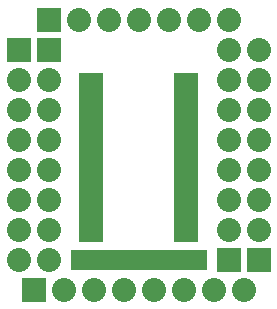
<source format=gts>
G04 (created by PCBNEW-RS274X (2012-apr-16-27)-stable) date dim. 02 juin 2013 12:40:30 CST*
G01*
G70*
G90*
%MOIN*%
G04 Gerber Fmt 3.4, Leading zero omitted, Abs format*
%FSLAX34Y34*%
G04 APERTURE LIST*
%ADD10C,0.006000*%
%ADD11R,0.080000X0.080000*%
%ADD12C,0.080000*%
%ADD13R,0.079100X0.031800*%
%ADD14R,0.058000X0.070000*%
G04 APERTURE END LIST*
G54D10*
G54D11*
X14500Y-22000D03*
G54D12*
X15500Y-22000D03*
X16500Y-22000D03*
X17500Y-22000D03*
X18500Y-22000D03*
X19500Y-22000D03*
X20500Y-22000D03*
G54D11*
X14000Y-31000D03*
G54D12*
X15000Y-31000D03*
X16000Y-31000D03*
X17000Y-31000D03*
X18000Y-31000D03*
X19000Y-31000D03*
X20000Y-31000D03*
X21000Y-31000D03*
G54D11*
X21500Y-30000D03*
G54D12*
X21500Y-29000D03*
X21500Y-28000D03*
X21500Y-27000D03*
X21500Y-26000D03*
X21500Y-25000D03*
X21500Y-24000D03*
X21500Y-23000D03*
G54D11*
X20500Y-30000D03*
G54D12*
X20500Y-29000D03*
X20500Y-28000D03*
X20500Y-27000D03*
X20500Y-26000D03*
X20500Y-25000D03*
X20500Y-24000D03*
X20500Y-23000D03*
G54D11*
X14500Y-23000D03*
G54D12*
X14500Y-24000D03*
X14500Y-25000D03*
X14500Y-26000D03*
X14500Y-27000D03*
X14500Y-28000D03*
X14500Y-29000D03*
X14500Y-30000D03*
G54D11*
X13500Y-23000D03*
G54D12*
X13500Y-24000D03*
X13500Y-25000D03*
X13500Y-26000D03*
X13500Y-27000D03*
X13500Y-28000D03*
X13500Y-29000D03*
X13500Y-30000D03*
G54D13*
X19075Y-27485D03*
X19075Y-27288D03*
X19075Y-27091D03*
X19075Y-26894D03*
X19075Y-26697D03*
X19075Y-26500D03*
X19075Y-26304D03*
X19075Y-26107D03*
X19075Y-25910D03*
X19075Y-25713D03*
X19075Y-25516D03*
X15925Y-28666D03*
X15925Y-28862D03*
X15925Y-29059D03*
X15925Y-29256D03*
X19075Y-29256D03*
X19075Y-29060D03*
X19075Y-28863D03*
X15925Y-27091D03*
X19075Y-28469D03*
X19075Y-28272D03*
X19075Y-28075D03*
X19075Y-27878D03*
X19075Y-27682D03*
X15925Y-26107D03*
X15925Y-26303D03*
X15925Y-26500D03*
X15925Y-26697D03*
X15925Y-26894D03*
X19075Y-28666D03*
X15925Y-27288D03*
X15925Y-27485D03*
X15925Y-27681D03*
X15925Y-27878D03*
X15925Y-28075D03*
X15925Y-28272D03*
X15925Y-28469D03*
X15925Y-23941D03*
X15925Y-24138D03*
X15925Y-24335D03*
X15925Y-24532D03*
X15925Y-24729D03*
X15925Y-24925D03*
X15925Y-25122D03*
X15925Y-25319D03*
X15925Y-25516D03*
X15925Y-25713D03*
X15925Y-25910D03*
X19075Y-25319D03*
X19075Y-25122D03*
X19075Y-24925D03*
X19075Y-24729D03*
X19075Y-24532D03*
X19075Y-24335D03*
X19075Y-24138D03*
X19075Y-23941D03*
G54D14*
X18000Y-30000D03*
X17500Y-30000D03*
X17000Y-30000D03*
X16500Y-30000D03*
X16000Y-30000D03*
X15500Y-30000D03*
X19500Y-30000D03*
X19000Y-30000D03*
X18500Y-30000D03*
M02*

</source>
